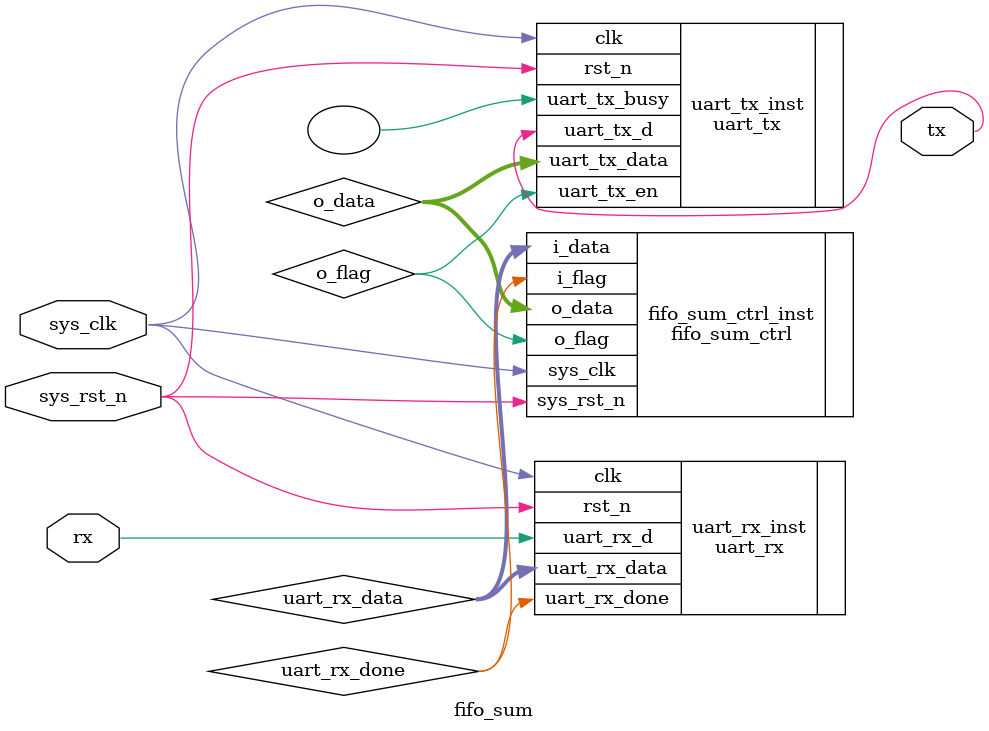
<source format=v>
module fifo_sum (
    input       wire        sys_clk     ,
    input       wire        sys_rst_n   ,
    input       wire        rx          ,

    output      wire        tx          
);

//parameter define

//reg define

//wire define
wire                uart_rx_done;
wire [7:0]          uart_rx_data;
wire [7:0]          o_data;
wire                o_flag;

//instance define
uart_rx  uart_rx_inst (
    .clk(sys_clk),
    .rst_n(sys_rst_n),
    .uart_rx_d(rx),
    .uart_rx_done(uart_rx_done),
    .uart_rx_data(uart_rx_data)
  );


fifo_sum_ctrl  fifo_sum_ctrl_inst (
    .sys_clk(sys_clk),
    .sys_rst_n(sys_rst_n),
    .i_data(uart_rx_data),
    .i_flag(uart_rx_done),
    .o_data(o_data),
    .o_flag(o_flag)
  );

uart_tx  uart_tx_inst (
    .clk(sys_clk),
    .rst_n(sys_rst_n),
    .uart_tx_en(o_flag),
    .uart_tx_data(o_data),
    .uart_tx_busy( ),
    .uart_tx_d(tx)
  );
endmodule
</source>
